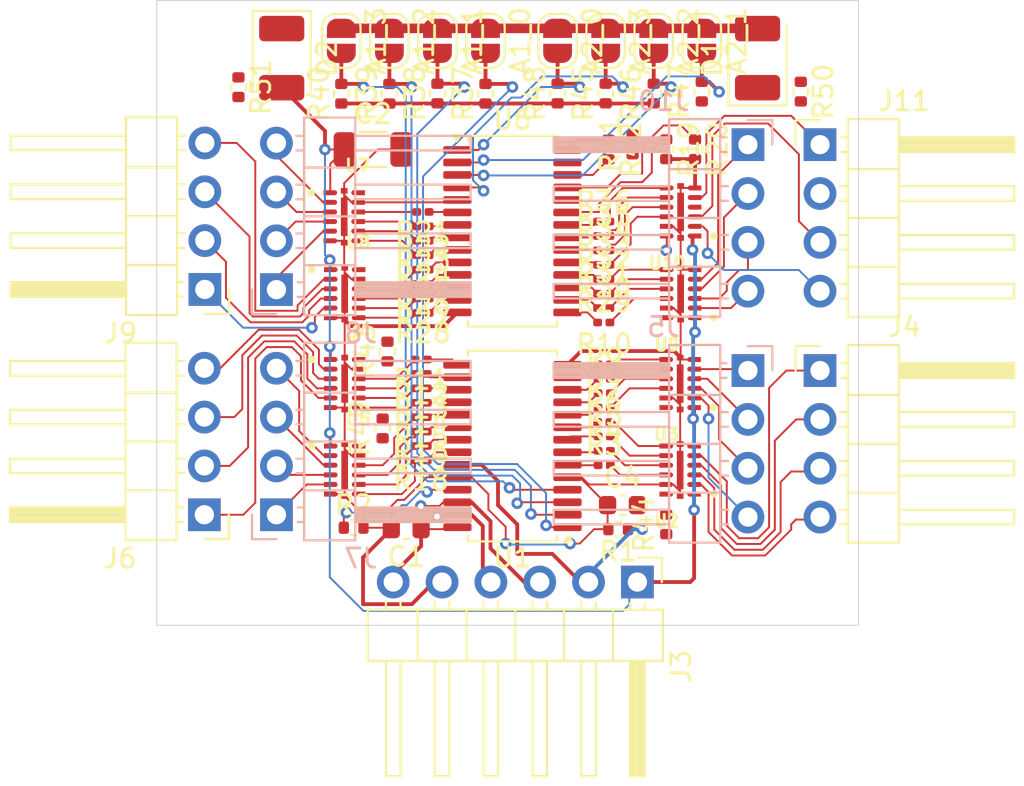
<source format=kicad_pcb>
(kicad_pcb (version 20240108) (generator "pcbnew") (generator_version "8.0")
  (layers (0 "F.Cu" signal) (31 "B.Cu" signal) (34 "B.Paste" user) (35 "F.Paste" user) (36 "B.SilkS" user "B.Silkscreen") (37 "F.SilkS" user "F.Silkscreen") (38 "B.Mask" user) (39 "F.Mask" user) (44 "Edge.Cuts" user))
  (net 0 "")
  (net 1 "+3V3")
  (net 2 "+5V")
  (net 3 "2OA")
  (net 4 "1OB")
  (net 5 "2OB")
  (net 6 "1OA")
  (net 7 "4OA")
  (net 8 "4OB")
  (net 9 "3OA")
  (net 10 "3OB")
  (net 11 "6OA")
  (net 12 "5OB")
  (net 13 "5OA")
  (net 14 "6OB")
  (net 15 "8OB")
  (net 16 "8OA")
  (net 17 "7OA")
  (net 18 "7OB")
  (net 19 "Net-(U1-EXTCLK)")
  (net 20 "Net-(U1-PWM0)")
  (net 21 "Net-(U1-PWM1)")
  (net 22 "Net-(U1-PWM2)")
  (net 23 "Net-(U1-PWM3)")
  (net 24 "Net-(U1-PWM4)")
  (net 25 "Net-(U1-PWM5)")
  (net 26 "Net-(U1-PWM6)")
  (net 27 "Net-(U1-PWM7)")
  (net 28 "Net-(U1-PWM8)")
  (net 29 "Net-(U1-PWM9)")
  (net 30 "Net-(U1-PWM10)")
  (net 31 "Net-(U1-PWM11)")
  (net 32 "Net-(U1-PWM12)")
  (net 33 "Net-(U1-PWM13)")
  (net 34 "Net-(U1-PWM14)")
  (net 35 "Net-(U1-PWM15)")
  (net 36 "1IA")
  (net 37 "1IB")
  (net 38 "2IA")
  (net 39 "2IB")
  (net 40 "3IA")
  (net 41 "3IB")
  (net 42 "4IA")
  (net 43 "4IB")
  (net 44 "5IA")
  (net 45 "5IB")
  (net 46 "6IA")
  (net 47 "6IB")
  (net 48 "7IA")
  (net 49 "7IB")
  (net 50 "8IA")
  (net 51 "8IB")
  (net 52 "9OA")
  (net 53 "10OA")
  (net 54 "10OB")
  (net 55 "9OB")
  (net 56 "11OB")
  (net 57 "12OA")
  (net 58 "12OB")
  (net 59 "11OA")
  (net 60 "14OB")
  (net 61 "14OA")
  (net 62 "13OB")
  (net 63 "13OA")
  (net 64 "16OA")
  (net 65 "15OB")
  (net 66 "16OB")
  (net 67 "15OA")
  (net 68 "Net-(U6-EXTCLK)")
  (net 69 "9IA")
  (net 70 "Net-(U6-PWM0)")
  (net 71 "9IB")
  (net 72 "Net-(U6-PWM1)")
  (net 73 "Net-(U6-PWM2)")
  (net 74 "10IA")
  (net 75 "Net-(U6-PWM3)")
  (net 76 "10IB")
  (net 77 "11IA")
  (net 78 "Net-(U6-PWM4)")
  (net 79 "Net-(U6-PWM5)")
  (net 80 "11IB")
  (net 81 "Net-(U6-PWM6)")
  (net 82 "12IA")
  (net 83 "Net-(U6-PWM7)")
  (net 84 "12IB")
  (net 85 "13IA")
  (net 86 "Net-(U6-PWM8)")
  (net 87 "13IB")
  (net 88 "Net-(U6-PWM9)")
  (net 89 "14IA")
  (net 90 "Net-(U6-PWM10)")
  (net 91 "Net-(U6-PWM11)")
  (net 92 "14IB")
  (net 93 "Net-(U6-PWM12)")
  (net 94 "15IA")
  (net 95 "15IB")
  (net 96 "Net-(U6-PWM13)")
  (net 97 "Net-(U6-PWM14)")
  (net 98 "16IA")
  (net 99 "Net-(U6-PWM15)")
  (net 100 "16IB")
  (net 101 "A1_0")
  (net 102 "A1_1")
  (net 103 "A1_2")
  (net 104 "A1_3")
  (net 105 "A1_4")
  (net 106 "A2_0")
  (net 107 "A2_1")
  (net 108 "A2_2")
  (net 109 "A2_3")
  (net 110 "SCL")
  (net 111 "OE")
  (net 112 "SDA")
  (net 113 "Net-(D1-K)")
  (net 114 "Net-(D2-K)")
  (footprint "Connector_PinHeader_2.54mm:PinHeader_1x04_P2.54mm_Horizontal" (layer "F.Cu") (at 102.25 65.5)
    (property "Reference" "J11")
    (property "Value" "Conn_01x04_Pin")
  )
  (footprint "Connector_PinHeader_2.54mm:PinHeader_1x06_P2.54mm_Horizontal" (layer "F.Cu") (at 92.75 88.25 -90)
    (property "Reference" "J3")
    (property "Value" "Conn_01x06_Pin")
  )
  (footprint "Jumper:SolderJumper-2_P1.3mm_Open_RoundedPad1.0x1.5mm" (layer "F.Cu") (at 93.6 60.1 -90)
    (property "Reference" "A2_2")
    (property "Value" "SolderJumper_2_Open" (hide yes))
  )
  (footprint "DRV8835DSSR:SON50P300X200X80-13N" (layer "F.Cu") (at 77.525 77.925)
    (property "Reference" "U4")
    (property "Value" "~")
  )
  (footprint "Capacitor_Tantalum_SMD:CP_EIA-3528-12_Kemet-T" (layer "F.Cu") (at 99 61 90)
    (property "Reference" "D1")
    (property "Value" "LED")
  )
  (footprint "Resistor_SMD:R_0201_0603Metric" (layer "F.Cu") (at 81.595 70.5 180)
    (property "Reference" "R23")
    (property "Value" "220Ω")
  )
  (footprint "Resistor_SMD:R_0402_1005Metric" (layer "F.Cu") (at 79.75 76.26 90)
    (property "Reference" "R43")
    (property "Value" "10kΩ")
  )
  (footprint "Jumper:SolderJumper-2_P1.3mm_Open_RoundedPad1.0x1.5mm" (layer "F.Cu") (at 77.35 60.1 -90)
    (property "Reference" "A1_3")
    (property "Value" "SolderJumper_2_Open" (hide yes))
  )
  (footprint "Resistor_SMD:R_0201_0603Metric" (layer "F.Cu") (at 91.025 78.425)
    (property "Reference" "R8")
    (property "Value" "220Ω")
  )
  (footprint "Resistor_SMD:R_0201_0603Metric" (layer "F.Cu") (at 91 72.5)
    (property "Reference" "R32")
    (property "Value" "220Ω")
  )
  (footprint "Capacitor_SMD:C_0603_1608Metric" (layer "F.Cu") (at 80.725 85.5 180)
    (property "Reference" "C1")
    (property "Value" "10μF")
  )
  (footprint "Connector_PinHeader_2.54mm:PinHeader_1x04_P2.54mm_Horizontal" (layer "F.Cu") (at 70.225 84.75 180)
    (property "Reference" "J6")
    (property "Value" "Conn_01x04_Pin")
  )
  (footprint "Resistor_SMD:R_0201_0603Metric" (layer "F.Cu") (at 81.5 76.675 180)
    (property "Reference" "R11")
    (property "Value" "220Ω")
  )
  (footprint "Resistor_SMD:R_0201_0603Metric" (layer "F.Cu") (at 81.595 69.75 180)
    (property "Reference" "R22")
    (property "Value" "220Ω")
  )
  (footprint "Resistor_SMD:R_0201_0603Metric" (layer "F.Cu") (at 81.595 69 180)
    (property "Reference" "R21")
    (property "Value" "220Ω")
  )
  (footprint "DRV8835DSSR:SON50P300X200X80-13N" (layer "F.Cu") (at 94.975 82.425 180)
    (property "Reference" "U2")
    (property "Value" "~")
  )
  (footprint "Resistor_SMD:R_0402_1005Metric" (layer "F.Cu") (at 84.85 62.85 90)
    (property "Reference" "R37")
    (property "Value" "10kΩ" (hide yes))
  )
  (footprint "Connector_PinHeader_2.54mm:PinHeader_1x04_P2.54mm_Horizontal" (layer "F.Cu") (at 70.25 73.03 180)
    (property "Reference" "J9")
    (property "Value" "Conn_01x04_Pin")
  )
  (footprint "DRV8835DSSR:SON50P300X200X80-13N" (layer "F.Cu") (at 95 73.25 180)
    (property "Reference" "U9")
    (property "Value" "~")
  )
  (footprint "Resistor_SMD:R_0201_0603Metric" (layer "F.Cu") (at 81.5 81.925 180)
    (property "Reference" "R18")
    (property "Value" "220Ω")
  )
  (footprint "DRV8835DSSR:SON50P300X200X80-13N" (layer "F.Cu") (at 94.975 77.925 180)
    (property "Reference" "U3")
    (property "Value" "~")
  )
  (footprint "Jumper:SolderJumper-2_P1.3mm_Open_RoundedPad1.0x1.5mm" (layer "F.Cu") (at 82.35 60.1 -90)
    (property "Reference" "A1_1")
    (property "Value" "SolderJumper_2_Open" (hide yes))
  )
  (footprint "Resistor_SMD:R_0201_0603Metric" (layer "F.Cu") (at 81.5 81.175 180)
    (property "Reference" "R17")
    (property "Value" "220Ω")
  )
  (footprint "DRV8835DSSR:SON50P300X200X80-13N" (layer "F.Cu") (at 77.525 82.425)
    (property "Reference" "U5")
    (property "Value" "~")
  )
  (footprint "Jumper:SolderJumper-2_P1.3mm_Open_RoundedPad1.0x1.5mm" (layer "F.Cu") (at 96.1 60.1 -90)
    (property "Reference" "A2_1")
    (property "Value" "SolderJumper_2_Open" (hide yes))
  )
  (footprint "Resistor_SMD:R_0402_1005Metric" (layer "F.Cu") (at 94.25 65.74 -90)
    (property "Reference" "R19")
    (property "Value" "10kΩ")
  )
  (footprint "Resistor_SMD:R_0201_0603Metric" (layer "F.Cu") (at 81.595 71.25 180)
    (property "Reference" "R24")
    (property "Value" "220Ω")
  )
  (footprint "Resistor_SMD:R_0201_0603Metric" (layer "F.Cu") (at 91 69.5)
    (property "Reference" "R36")
    (property "Value" "220Ω")
  )
  (footprint "Resistor_SMD:R_0201_0603Metric" (layer "F.Cu") (at 91.025 80.675)
    (property "Reference" "R5")
    (property "Value" "220Ω")
  )
  (footprint "Resistor_SMD:R_0402_1005Metric" (layer "F.Cu") (at 77.99 85.425)
    (property "Reference" "R2")
    (property "Value" "10kΩ")
  )
  (footprint "Resistor_SMD:R_0402_1005Metric" (layer "F.Cu") (at 79.85 62.85 90)
    (property "Reference" "R39")
    (property "Value" "10kΩ" (hide yes))
  )
  (footprint "Resistor_SMD:R_0402_1005Metric" (layer "F.Cu") (at 93.6 62.84 90)
    (property "Reference" "R46")
    (property "Value" "10kΩ" (hide yes))
  )
  (footprint "Resistor_SMD:R_0201_0603Metric" (layer "F.Cu") (at 81.5 77.425 180)
    (property "Reference" "R12")
    (property "Value" "220Ω")
  )
  (footprint "Resistor_SMD:R_0201_0603Metric" (layer "F.Cu") (at 81.5 78.925 180)
    (property "Reference" "R14")
    (property "Value" "220Ω")
  )
  (footprint "Resistor_SMD:R_0402_1005Metric" (layer "F.Cu") (at 92.5 65.49 90)
    (property "Reference" "R41")
    (property "Value" "10kΩ")
  )
  (footprint "Jumper:SolderJumper-2_P1.3mm_Open_RoundedPad1.0x1.5mm" (layer "F.Cu") (at 79.85 60.1 -90)
    (property "Reference" "A1_2")
    (property "Value" "SolderJumper_2_Open" (hide yes))
  )
  (footprint "Capacitor_SMD:C_1206_3216Metric" (layer "F.Cu") (at 79 65.75)
    (property "Reference" "C2")
    (property "Value" "100μF")
  )
  (footprint "Resistor_SMD:R_0201_0603Metric" (layer "F.Cu") (at 91 79.925)
    (property "Reference" "R6")
    (property "Value" "220Ω")
  )
  (footprint "DRV8835DSSR:SON50P300X200X80-13N" (layer "F.Cu") (at 77.525 73.25)
    (property "Reference" "U8")
    (property "Value" "~")
  )
  (footprint "Connector_PinHeader_2.54mm:PinHeader_1x04_P2.54mm_Horizontal" (layer "F.Cu") (at 102.25 77.25)
    (property "Reference" "J4")
    (property "Value" "Conn_01x04_Pin")
  )
  (footprint "Resistor_SMD:R_0201_0603Metric" (layer "F.Cu") (at 91 74.75)
    (property "Reference" "R29")
    (property "Value" "220Ω")
  )
  (footprint "Resistor_SMD:R_0402_1005Metric" (layer "F.Cu") (at 94.25 85.25 90)
    (property "Reference" "R44")
    (property "Value" "10kΩ")
  )
  (footprint "Resistor_SMD:R_0402_1005Metric" (layer "F.Cu") (at 101.25 62.74 -90)
    (property "Reference" "R50")
    (property "Value" "470Ω")
  )
  (footprint "Resistor_SMD:R_0201_0603Metric" (layer "F.Cu") (at 91 71.75)
    (property "Reference" "R33")
    (property "Value" "220Ω")
  )
  (footprint "Resistor_SMD:R_0402_1005Metric" (layer "F.Cu") (at 96.1 62.74 90)
    (property "Reference" "R47")
    (property "Value" "10kΩ" (hide yes))
  )
  (footprint "Resistor_SMD:R_0402_1005Metric" (layer "F.Cu") (at 88.6 62.84 90)
    (property "Reference" "R48")
    (property "Value" "10kΩ" (hide yes))
  )
  (footprint "Jumper:SolderJumper-2_P1.3mm_Open_RoundedPad1.0x1.5mm" (layer "F.Cu") (at 84.85 60.1 -90)
    (property "Reference" "A1_0")
    (property "Value" "SolderJumper_2_Open" (hide yes))
  )
  (footprint "Resistor_SMD:R_0402_1005Metric" (layer "F.Cu") (at 79.5 80.26 90)
    (property "Reference" "R49")
    (property "Value" "10kΩ")
  )
  (footprint "Resistor_SMD:R_0201_0603Metric" (layer "F.Cu") (at 91 73.25)
    (property "Reference" "R31")
    (property "Value" "220Ω")
  )
  (footprint "Resistor_SMD:R_0402_1005Metric" (layer "F.Cu") (at 72 62.51 -90)
    (property "Reference" "R51")
    (property "Value" "470Ω")
  )
  (footprint "Resistor_SMD:R_0201_0603Metric" (layer "F.Cu") (at 91.025 79.175)
    (property "Reference" "R7")
    (property "Value" "220Ω")
  )
  (footprint "DRV8835DSSR:SON50P300X200X80-13N" (layer "F.Cu") (at 95 69 180)
    (property "Reference" "U10")
    (property "Value" "~")
  )
  (footprint "Resistor_SMD:R_0201_0603Metric" (layer "F.Cu") (at 81.5 80.425 180)
    (property "Reference" "R16")
    (property "Value" "220Ω")
  )
  (footprint "Resistor_SMD:R_0402_1005Metric" (layer "F.Cu") (at 82.35 62.84 90)
    (property "Reference" "R38")
    (property "Value" "10kΩ" (hide yes))
  )
  (footprint "Resistor_SMD:R_0201_0603Metric" (layer "F.Cu") (at 91.025 77.675)
    (property "Reference" "R9")
    (property "Value" "220Ω")
  )
  (footprint "Resistor_SMD:R_0402_1005Metric" (layer "F.Cu") (at 91.25 65.75 -90)
    (property "Reference" "R42")
    (property "Value" "10kΩ")
  )
  (footprint "Resistor_SMD:R_0201_0603Metric" (layer "F.Cu") (at 81.5 79.675 180)
    (property "Reference" "R15")
    (property "Value" "220Ω")
  )
  (footprint "Capacitor_Tantalum_SMD:CP_EIA-3528-12_Kemet-T" (layer "F.Cu") (at 74.25 61 -90)
    (property "Reference" "D2")
    (property "Value" "LED")
  )
  (footprint "Package_SO:TSSOP-28_4.4x9.7mm_P0.65mm" (layer "F.Cu") (at 86.25 81.175 180)
    (property "Reference" "U1")
    (property "Value" "PCA9685")
  )
  (footprint "Resistor_SMD:R_0201_0603Metric" (layer "F.Cu") (at 81.5 78.175 180)
    (property "Reference" "R13")
    (property "Value" "220Ω")
  )
  (footprint "Jumper:SolderJumper-2_P1.3mm_Open_RoundedPad1.0x1.5mm" (layer "F.Cu") (at 91.1 60.1 -90)
    (property "Reference" "A2_3")
    (property "Value" "SolderJumper_2_Open" (hide yes))
  )
  (footprint "Resistor_SMD:R_0201_0603Metric" (layer "F.Cu") (at 91 70.25)
    (property "Reference" "R35")
    (property "Value" "220Ω")
  )
  (footprint "Resistor_SMD:R_0201_0603Metric" (layer "F.Cu") (at 91.025 81.425)
    (property "Reference" "R4")
    (property "Value" "220Ω")
  )
  (footprint "Resistor_SMD:R_0201_0603Metric" (layer "F.Cu") (at 91.025 76.925)
    (property "Reference" "R10")
    (property "Value" "220Ω")
  )
  (footprint "Resistor_SMD:R_0201_0603Metric" (layer "F.Cu") (at 91 74)
    (property "Reference" "R30")
    (property "Value" "220Ω")
  )
  (footprint "Resistor_SMD:R_0201_0603Metric" (layer "F.Cu") (at 81.595 72.75 180)
    (property "Reference" "R26")
    (property "Value" "220Ω")
  )
  (footprint "Resistor_SMD:R_0201_0603Metric" (layer "F.Cu") (at 81.595 73.5 180)
    (property "Reference" "R27")
    (property "Value" "220Ω")
  )
  (footprint "Resistor_SMD:R_0201_0603Metric" (layer "F.Cu") (at 91.025 82.175)
    (property "Reference" "R3")
    (property "Value" "220Ω")
  )
  (footprint "Resistor_SMD:R_0201_0603Metric" (layer "F.Cu") (at 91 71)
    (property "Reference" "R34")
    (property "Value" "220Ω")
  )
  (footprint "Capacitor_SMD:C_0603_1608Metric" (layer "F.Cu") (at 91.975 84.25)
    (property "Reference" "C4")
    (property "Value" "0.1μF")
  )
  (footprint "Package_SO:TSSOP-28_4.4x9.7mm_P0.65mm" (layer "F.Cu") (at 86.25 70)
    (property "Reference" "U6")
    (property "Value" "PCA9685")
  )
  (footprint "Resistor_SMD:R_0201_0603Metric" (layer "F.Cu") (at 81.595 74.25 180)
    (property "Reference" "R28")
    (property "Value" "220Ω")
  )
  (footprint "Jumper:SolderJumper-2_P1.3mm_Open_RoundedPad1.0x1.5mm" (layer "F.Cu") (at 88.6 60.1 -90)
    (property "Reference" "A2_0")
    (property "Value" "SolderJumper_2_Open" (hide yes))
  )
  (footprint "Resistor_SMD:R_0402_1005Metric" (layer "F.Cu") (at 91.1 62.84 90)
    (property "Reference" "R45")
    (property "Value" "10kΩ" (hide yes))
  )
  (footprint "Resistor_SMD:R_0402_1005Metric" (layer "F.Cu") (at 95.75 65.74 -90)
    (property "Reference" "R20")
    (property "Value" "10kΩ")
  )
  (footprint "DRV8835DSSR:SON50P300X200X80-13N" (layer "F.Cu") (at 77.5 69.25)
    (property "Reference" "U7")
    (property "Value" "~")
  )
  (footprint "Resistor_SMD:R_0402_1005Metric" (layer "F.Cu") (at 77.35 62.85 90)
    (property "Reference" "R40")
    (property "Value" "10kΩ" (hide yes))
  )
  (footprint "Resistor_SMD:R_0402_1005Metric" (layer "F.Cu") (at 91.75 85.5 180)
    (property "Reference" "R1")
    (property "Value" "10kΩ")
  )
  (footprint "Resistor_SMD:R_0201_0603Metric" (layer "F.Cu") (at 81.595 72 180)
    (property "Reference" "R25")
    (property "Value" "220Ω")
  )
  (footprint "Connector_PinHeader_2.54mm:PinHeader_1x04_P2.54mm_Horizontal" (layer "B.Cu") (at 98.5 77.25 180)
    (property "Reference" "J5")
    (property "Value" "Conn_01x04_Pin")
  )
  (footprint "Connector_PinHeader_2.54mm:PinHeader_1x04_P2.54mm_Horizontal" (layer "B.Cu") (at 73.975 84.75)
    (property "Reference" "J7")
    (property "Value" "Conn_01x04_Pin")
  )
  (footprint "Connector_PinHeader_2.54mm:PinHeader_1x04_P2.54mm_Horizontal" (layer "B.Cu") (at 73.975 73.04)
    (property "Reference" "J8")
    (property "Value" "Conn_01x04_Pin")
  )
  (footprint "Connector_PinHeader_2.54mm:PinHeader_1x04_P2.54mm_Horizontal" (layer "B.Cu") (at 98.5 65.5 180)
    (property "Reference" "J10")
    (property "Value" "Conn_01x04_Pin")
  )
  (gr_rect (start 67.75 58) (end 104.25 90.5) (stroke (width 0.05)) (fill none) (layer "Edge.Cuts"))
  (segment (start 81.75 85.5) (end 81.85 85.4) (width 0.1) (layer "F.Cu") (net 1))
  (segment (start 91.25 65.24) (end 89.6475 65.24) (width 0.1) (layer "F.Cu") (net 1))
  (segment (start 98.9875 59.45) (end 99 59.4625) (width 0.5) (layer "F.Cu") (net 1))
  (segment (start 96.1 59.45) (end 98.9875 59.45) (width 0.5) (layer "F.Cu") (net 1))
  (segment (start 77.35 59.45) (end 96.1 59.45) (width 0.5) (layer "F.Cu") (net 1))
  (segment (start 89.6475 65.24) (end 89.1125 65.775) (width 0.1) (layer "F.Cu") (net 1))
  (segment (start 94.275 70.25) (end 94.275 70.975) (width 0.1) (layer "F.Cu") (net 1))
  (segment (start 81.5 86.38) (end 81.5 85.5) (width 0.2) (layer "F.Cu") (net 1))
  (segment (start 79.63 88.25) (end 81.5 86.38) (width 0.2) (layer "F.Cu") (net 1))
  (segment (start 81.5 85.5) (end 83.2875 85.5) (width 0.1) (layer "F.Cu") (net 1))
  (segment (start 81.5 85.5) (end 81.75 85.5) (width 0.1) (layer "F.Cu") (net 1))
  (segment (start 83.2875 85.5) (end 83.3875 85.4) (width 0.1) (layer "F.Cu") (net 1))
  (segment (start 94.275 70.975) (end 94.25 71) (width 0.1) (layer "F.Cu") (net 1))
  (via (at 94.25 71) (size 0.6) (drill 0.3) (layers "F.Cu" "B.Cu") (net 1))
  (segment (start 74.25 62.5375) (end 76.5 64.7875) (width 0.2) (layer "F.Cu") (net 2))
  (segment (start 95.7 83.675) (end 95.7 84.5) (width 0.2) (layer "F.Cu") (net 2))
  (segment (start 76.8 71.55) (end 76.75 71.5) (width 0.1) (layer "F.Cu") (net 2))
  (segment (start 95.5 88.25) (end 92.33 88.25) (width 0.2) (layer "F.Cu") (net 2))
  (segment (start 76.8 76.675) (end 76.8 76.05) (width 0.1) (layer "F.Cu") (net 2))
  (segment (start 77.525 65.75) (end 76.5 65.75) (width 0.1) (layer "F.Cu") (net 2))
  (segment (start 76.775 66.5) (end 76.775 68) (width 0.1) (layer "F.Cu") (net 2))
  (segment (start 76.5 64.7875) (end 76.5 65.75) (width 0.2) (layer "F.Cu") (net 2))
  (segment (start 95.75 74.525) (end 95.725 74.5) (width 0.2) (layer "F.Cu") (net 2))
  (segment (start 95.7 79.175) (end 95.7 79.699997) (width 0.2) (layer "F.Cu") (net 2))
  (segment (start 76.8 81.175) (end 76.8 80.55) (width 0.1) (layer "F.Cu") (net 2))
  (segment (start 95.7 84.5) (end 95.7 88.05) (width 0.2) (layer "F.Cu") (net 2))
  (segment (start 95.620643 70.354357) (end 95.725 70.25) (width 0.2) (layer "F.Cu") (net 2))
  (segment (start 77.525 65.75) (end 76.775 66.5) (width 0.1) (layer "F.Cu") (net 2))
  (segment (start 95.7 88.05) (end 95.5 88.25) (width 0.2) (layer "F.Cu") (net 2))
  (segment (start 95.75 75.25) (end 95.75 74.525) (width 0.2) (layer "F.Cu") (net 2))
  (segment (start 76.8 76.05) (end 76.75 76) (width 0.1) (layer "F.Cu") (net 2))
  (segment (start 76.8 72) (end 76.8 71.55) (width 0.1) (layer "F.Cu") (net 2))
  (segment (start 95.7 79.699997) (end 95.649997 79.75) (width 0.2) (layer "F.Cu") (net 2))
  (segment (start 95.620643 70.970029) (end 95.620643 70.354357) (width 0.2) (layer "F.Cu") (net 2))
  (segment (start 76.8 80.55) (end 76.75 80.5) (width 0.1) (layer "F.Cu") (net 2))
  (via (at 95.7 84.5) (size 0.6) (drill 0.3) (layers "F.Cu" "B.Cu") (net 2))
  (via (at 95.649997 79.75) (size 0.6) (drill 0.3) (layers "F.Cu" "B.Cu") (net 2))
  (via (at 95.620643 70.970029) (size 0.6) (drill 0.3) (layers "F.Cu" "B.Cu") (net 2))
  (via (at 95.75 75.25) (size 0.6) (drill 0.3) (layers "F.Cu" "B.Cu") (net 2))
  (via (at 76.75 76) (size 0.6) (drill 0.3) (layers "F.Cu" "B.Cu") (net 2))
  (via (at 76.5 65.75) (size 0.6) (drill 0.3) (layers "F.Cu" "B.Cu") (net 2))
  (via (at 76.75 80.5) (size 0.6) (drill 0.3) (layers "F.Cu" "B.Cu") (net 2))
  (via (at 76.75 71.5) (size 0.6) (drill 0.3) (layers "F.Cu" "B.Cu") (net 2))
  (segment (start 95.649997 79.75) (end 95.7 79.800003) (width 0.2) (layer "B.Cu") (net 2))
  (segment (start 78.5 89.75) (end 92 89.75) (width 0.1) (layer "B.Cu") (net 2))
  (segment (start 76.75 71.5) (end 76.75 76) (width 0.1) (layer "B.Cu") (net 2))
  (segment (start 95.75 71.099386) (end 95.620643 70.970029) (width 0.2) (layer "B.Cu") (net 2))
  (segment (start 76.75 88) (end 78.5 89.75) (width 0.1) (layer "B.Cu") (net 2))
  (segment (start 95.75 75.25) (end 95.75 71.099386) (width 0.2) (layer "B.Cu") (net 2))
  (segment (start 95.7 79.800003) (end 95.7 84.5) (width 0.2) (layer "B.Cu") (net 2))
  (segment (start 95.649997 79.75) (end 95.649997 75.350003) (width 0.2) (layer "B.Cu") (net 2))
  (segment (start 76.5 71.25) (end 76.75 71.5) (width 0.1) (layer "B.Cu") (net 2))
  (segment (start 92 89.75) (end 92.33 89.42) (width 0.1) (layer "B.Cu") (net 2))
  (segment (start 92.33 89.42) (end 92.33 88.25) (width 0.1) (layer "B.Cu") (net 2))
  (segment (start 76.75 76) (end 76.75 80.5) (width 0.1) (layer "B.Cu") (net 2))
  (segment (start 76.5 65.75) (end 76.5 71.25) (width 0.1) (layer "B.Cu") (net 2))
  (segment (start 76.75 80.5) (end 76.75 88) (width 0.1) (layer "B.Cu") (net 2))
  (segment (start 95.649997 75.350003) (end 95.75 75.25) (width 0.2) (layer "B.Cu") (net 2))
  (segment (start 96.065 82.175) (end 97.1 83.21) (width 0.1) (layer "F.Cu") (net 3))
  (segment (start 95.7 82.175) (end 96.065 82.175) (width 0.1) (layer "F.Cu") (net 3))
  (segment (start 99.9 80.9) (end 101.01 79.79) (width 0.1) (layer "F.Cu") (net 3))
  (segment (start 97.920101 86.27) (end 99.154264 86.27) (width 0.1) (layer "F.Cu") (net 3))
  (segment (start 99.154264 86.27) (end 99.9 85.524264) (width 0.1) (layer "F.Cu") (net 3))
  (segment (start 99.9 85.524264) (end 99.9 80.9) (width 0.1) (layer "F.Cu") (net 3))
  (segment (start 101.01 79.79) (end 102.25 79.79) (width 0.1) (layer "F.Cu") (net 3))
  (segment (start 97.1 83.21) (end 97.1 85.449899) (width 0.1) (layer "F.Cu") (net 3))
  (segment (start 97.1 85.449899) (end 97.920101 86.27) (width 0.1) (layer "F.Cu") (net 3))
  (segment (start 95.7 82.675) (end 96.065 82.675) (width 0.1) (layer "F.Cu") (net 4))
  (segment (start 100.2 83.05) (end 100.75 82.5) (width 0.1) (layer "F.Cu") (net 4))
  (segment (start 99.278528 86.57) (end 100.2 85.648528) (width 0.1) (layer "F.Cu") (net 4))
  (segment (start 97.795837 86.57) (end 99.278528 86.57) (width 0.1) (layer "F.Cu") (net 4))
  (segment (start 100.75 82.5) (end 102.08 82.5) (width 0.1) (layer "F.Cu") (net 4))
  (segment (start 100.2 85.648528) (end 100.2 83.05) (width 0.1) (layer "F.Cu") (net 4))
  (segment (start 96.75 83.36) (end 96.75 85.524163) (width 0.1) (layer "F.Cu") (net 4))
  (segment (start 102.08 82.5) (end 102.25 82.33) (width 0.1) (layer "F.Cu") (net 4))
  (segment (start 96.75 85.524163) (end 97.795837 86.57) (width 0.1) (layer "F.Cu") (net 4))
  (segment (start 96.065 82.675) (end 96.75 83.36) (width 0.1) (layer "F.Cu") (net 4))
  (segment (start 96.065 81.675) (end 97.4 83.01) (width 0.1) (layer "F.Cu") (net 5))
  (segment (start 99.03 85.97) (end 99.6 85.4) (width 0.1) (layer "F.Cu") (net 5))
  (segment (start 99.6 85.4) (end 99.6 78.15) (width 0.1) (layer "F.Cu") (net 5))
  (segment (start 97.4 85.325635) (end 98.044365 85.97) (width 0.1) (layer "F.Cu") (net 5))
  (segment (start 98.044365 85.97) (end 99.03 85.97) (width 0.1) (layer "F.Cu") (net 5))
  (segment (start 100.5 77.25) (end 102.25 77.25) (width 0.1) (layer "F.Cu") (net 5))
  (segment (start 97.4 83.01) (end 97.4 85.325635) (width 0.1) (layer "F.Cu") (net 5))
  (segment (start 95.7 81.675) (end 96.065 81.675) (width 0.1) (layer "F.Cu") (net 5))
  (segment (start 99.6 78.15) (end 100.5 77.25) (width 0.1) (layer "F.Cu") (net 5))
  (segment (start 99.402792 86.87) (end 100.75 85.522792) (width 0.1) (layer "F.Cu") (net 6))
  (segment (start 100.75 85.25) (end 101 85) (width 0.1) (layer "F.Cu") (net 6))
  (segment (start 102.12 85) (end 102.25 84.87) (width 0.1) (layer "F.Cu") (net 6))
  (segment (start 96.049228 83.175) (end 96.45 83.575772) (width 0.1) (layer "F.Cu") (net 6))
  (segment (start 100.75 85.522792) (end 100.75 85.25) (width 0.1) (layer "F.Cu") (net 6))
  (segment (start 95.7 83.175) (end 96.049228 83.175) (width 0.1) (layer "F.Cu") (net 6))
  (segment (start 96.45 85.648427) (end 97.671573 86.87) (width 0.1) (layer "F.Cu") (net 6))
  (segment (start 101 85) (end 102.12 85) (width 0.1) (layer "F.Cu") (net 6))
  (segment (start 96.45 83.575772) (end 96.45 85.648427) (width 0.1) (layer "F.Cu") (net 6))
  (segment (start 97.671573 86.87) (end 99.402792 86.87) (width 0.1) (layer "F.Cu") (net 6))
  (segment (start 95.7 77.675) (end 96.385 77.675) (width 0.1) (layer "F.Cu") (net 7))
  (segment (start 96.385 77.675) (end 98.5 79.79) (width 0.1) (layer "F.Cu") (net 7))
  (segment (start 95.7 77.175) (end 98.425 77.175) (width 0.1) (layer "F.Cu") (net 8))
  (segment (start 98.425 77.175) (end 98.5 77.25) (width 0.1) (layer "F.Cu") (net 8))
  (segment (start 96.45 79.075772) (end 96.45 79.75) (width 0.1) (layer "F.Cu") (net 9))
  (segment (start 95.7 78.675) (end 96.049228 78.675) (width 0.1) (layer "F.Cu") (net 9))
  (segment (start 96.049228 78.675) (end 96.45 79.075772) (width 0.1) (layer "F.Cu") (net 9))
  (via (at 96.45 79.75) (size 0.6) (drill 0.3) (layers "F.Cu" "B.Cu") (net 9))
  (segment (start 96.45 82.82) (end 98.5 84.87) (width 0.1) (layer "B.Cu") (net 9))
  (segment (start 96.45 79.75) (end 96.45 82.82) (width 0.1) (layer "B.Cu") (net 9))
  (segment (start 97 80.83) (end 98.5 82.33) (width 0.1) (layer "F.Cu") (net 10))
  (segment (start 95.7 78.175) (end 96.065 78.175) (width 0.1) (layer "F.Cu") (net 10))
  (segment (start 97 79.11) (end 97 80.83) (width 0.1) (layer "F.Cu") (net 10))
  (segment (start 96.065 78.175) (end 97 79.11) (width 0.1) (layer "F.Cu") (net 10))
  (segment (start 72.5 76.575736) (end 72.5 81.25) (width 0.1) (layer "F.Cu") (net 11))
  (segment (start 74.904264 75.73) (end 73.345736 75.73) (width 0.1) (layer "F.Cu") (net 11))
  (segment (start 71.54 82.21) (end 72.5 81.25) (width 0.1) (layer "F.Cu") (net 11))
  (segment (start 73.345736 75.73) (end 72.5 76.575736) (width 0.1) (layer "F.Cu") (net 11))
  (segment (start 75.581814 76.40755) (end 74.904264 75.73) (width 0.1) (layer "F.Cu") (net 11))
  (segment (start 76.8 78.175) (end 76.088629 78.175) (width 0.1) (layer "F.Cu") (net 11))
  (segment (start 75.581814 77.668185) (end 75.581814 76.40755) (width 0.1) (layer "F.Cu") (net 11))
  (segment (start 70.225 82.21) (end 71.54 82.21) (width 0.1) (layer "F.Cu") (net 11))
  (segment (start 76.088629 78.175) (end 75.581814 77.668185) (width 0.1) (layer "F.Cu") (net 11))
  (segment (start 75.028528 75.43) (end 73.221472 75.43) (width 0.1) (layer "F.Cu") (net 12))
  (segment (start 73.221472 75.43) (end 72.2 76.451472) (width 0.1) (layer "F.Cu") (net 12))
  (segment (start 76.8 77.675) (end 76.175 77.675) (width 0.1) (layer "F.Cu") (net 12))
  (segment (start 75.881814 77.381814) (end 75.881814 76.283286) (width 0.1) (layer "F.Cu") (net 12))
  (segment (start 72.2 76.451472) (end 72.2 79.25) (width 0.1) (layer "F.Cu") (net 12))
  (segment (start 71.78 79.67) (end 70.225 79.67) (width 0.1) (layer "F.Cu") (net 12))
  (segment (start 72.2 79.25) (end 71.78 79.67) (width 0.1) (layer "F.Cu") (net 12))
  (segment (start 76.175 77.675) (end 75.881814 77.381814) (width 0.1) (layer "F.Cu") (net 12))
  (segment (start 75.881814 76.283286) (end 75.028528 75.43) (width 0.1) (layer "F.Cu") (net 12))
  (segment (start 71.0475 77.13) (end 70.225 77.13) (width 0.1) (layer "F.Cu") (net 13))
  (segment (start 73.0475 75.13) (end 71.0475 77.13) (width 0.1) (layer "F.Cu") (net 13))
  (segment (start 76.185 76.925) (end 76.185 76.162208) (width 0.1) (layer "F.Cu") (net 13))
  (segment (start 76.8 77.175) (end 76.435 77.175) (width 0.1) (layer "F.Cu") (net 13))
  (segment (start 76.185 76.162208) (end 75.152792 75.13) (width 0.1) (layer "F.Cu") (net 13))
  (segment (start 75.152792 75.13) (end 73.0475 75.13) (width 0.1) (layer "F.Cu") (net 13))
  (segment (start 76.435 77.175) (end 76.185 76.925) (width 0.1) (layer "F.Cu") (net 13))
  (segment (start 72.875 84.125) (end 72.25 84.75) (width 0.1) (layer "F.Cu") (net 14))
  (segment (start 74.78 76.03) (end 73.47 76.03) (width 0.1) (layer "F.Cu") (net 14))
  (segment (start 75.25 76.5) (end 74.78 76.03) (width 0.1) (layer "F.Cu") (net 14))
  (segment (start 76.8 78.675) (end 76.164365 78.675) (width 0.1) (layer "F.Cu") (net 14))
  (segment (start 72.25 84.75) (end 70.225 84.75) (width 0.1) (layer "F.Cu") (net 14))
  (segment (start 75.25 77.760635) (end 75.25 76.5) (width 0.1) (layer "F.Cu") (net 14))
  (segment (start 73.47 76.03) (end 72.875 76.625) (width 0.1) (layer "F.Cu") (net 14))
  (segment (start 76.164365 78.675) (end 75.25 77.760635) (width 0.1) (layer "F.Cu") (net 14))
  (segment (start 72.875 76.625) (end 72.875 84.125) (width 0.1) (layer "F.Cu") (net 14))
  (segment (start 73.975 84.75) (end 75.55 83.175) (width 0.1) (layer "F.Cu") (net 15))
  (segment (start 75.55 83.175) (end 76.8 83.175) (width 0.1) (layer "F.Cu") (net 15))
  (segment (start 74.44 82.675) (end 76.8 82.675) (width 0.1) (layer "F.Cu") (net 16))
  (segment (start 73.975 82.21) (end 74.44 82.675) (width 0.1) (layer "F.Cu") (net 16))
  (segment (start 76.8 81.675) (end 76.435 81.675) (width 0.1) (layer "F.Cu") (net 17))
  (segment (start 75.15755 78.31255) (end 73.975 77.13) (width 0.1) (layer "F.Cu") (net 17))
  (segment (start 75.15755 80.39755) (end 75.15755 78.31255) (width 0.1) (layer "F.Cu") (net 17))
  (segment (start 76.435 81.675) (end 75.15755 80.39755) (width 0.1) (layer "F.Cu") (net 17))
  (segment (start 73.975 79.67) (end 73.975 79.715) (width 0.1) (layer "F.Cu") (net 18))
  (segment (start 73.975 79.715) (end 76.435 82.175) (width 0.1) (layer "F.Cu") (net 18))
  (segment (start 76.435 82.175) (end 76.8 82.175) (width 0.1) (layer "F.Cu") (net 18))
  (segment (start 77.48 84.77) (end 77.611091 84.638909) (width 0.1) (layer "F.Cu") (net 19))
  (segment (start 81.813541 83.563541) (end 81.927082 83.45) (width 0.1) (layer "F.Cu") (net 19))
  (segment (start 81.927082 83.45) (end 83.3875 83.45) (width 0.1) (layer "F.Cu") (net 19))
  (segment (start 77.48 85.425) (end 77.48 84.77) (width 0.1) (layer "F.Cu") (net 19))
  (via (at 81.813541 83.563541) (size 0.6) (drill 0.3) (layers "F.Cu" "B.Cu") (net 19))
  (via (at 77.611091 84.638909) (size 0.6) (drill 0.3) (layers "F.Cu" "B.Cu") (net 19))
  (segment (start 80.75 84.25) (end 81.5 83.5) (width 0.1) (layer "B.Cu") (net 19))
  (segment (start 81.5 83.5) (end 81.75 83.5) (width 0.1) (layer "B.Cu") (net 19))
  (segment (start 81.75 83.5) (end 81.813541 83.563541) (width 0.1) (layer "B.Cu") (net 19))
  (segment (start 77.611091 84.638909) (end 80.111091 84.638909) (width 0.1) (layer "B.Cu") (net 19))
  (segment (start 80.5 84.25) (end 80.75 84.25) (width 0.1) (layer "B.Cu") (net 19))
  (segment (start 80.111091 84.638909) (end 80.5 84.25) (width 0.1) (layer "B.Cu") (net 19))
  (segment (start 89.1375 82.175) (end 89.1125 82.15) (width 0.1) (layer "F.Cu") (net 20))
  (segment (start 90.705 82.175) (end 89.1375 82.175) (width 0.1) (layer "F.Cu") (net 20))
  (segment (start 90.63 81.5) (end 90.705 81.425) (width 0.1) (layer "F.Cu") (net 21))
  (segment (start 89.1125 81.5) (end 90.63 81.5) (width 0.1) (layer "F.Cu") (net 21))
  (segment (start 89.2875 80.675) (end 89.1125 80.85) (width 0.1) (layer "F.Cu") (net 22))
  (segment (start 90.705 80.675) (end 89.2875 80.675) (width 0.1) (layer "F.Cu") (net 22))
  (segment (start 89.1125 80.2) (end 90.405 80.2) (width 0.1) (layer "F.Cu") (net 23))
  (segment (start 90.405 80.2) (end 90.68 79.925) (width 0.1) (layer "F.Cu") (net 23))
  (segment (start 90.705 79.175) (end 90.33 79.55) (width 0.1) (layer "F.Cu") (net 24))
  (segment (start 90.33 79.55) (end 89.1125 79.55) (width 0.1) (layer "F.Cu") (net 24))
  (segment (start 89.1125 78.9) (end 90.23 78.9) (width 0.1) (layer "F.Cu") (net 25))
  (segment (start 90.23 78.9) (end 90.705 78.425) (width 0.1) (layer "F.Cu") (net 25))
  (segment (start 90.13 78.25) (end 89.1125 78.25) (width 0.1) (layer "F.Cu") (net 26))
  (segment (start 90.705 77.675) (end 90.13 78.25) (width 0.1) (layer "F.Cu") (net 26))
  (segment (start 89.1125 77.6) (end 90.03 77.6) (width 0.1) (layer "F.Cu") (net 27))
  (segment (start 90.03 77.6) (end 90.705 76.925) (width 0.1) (layer "F.Cu") (net 27))
  (segment (start 83.1125 76.675) (end 83.3875 76.95) (width 0.1) (layer "F.Cu") (net 28))
  (segment (start 81.82 76.675) (end 83.1125 76.675) (width 0.1) (layer "F.Cu") (net 28))
  (segment (start 81.995 77.6) (end 81.82 77.425) (width 0.1) (layer "F.Cu") (net 29))
  (segment (start 83.3875 77.6) (end 81.995 77.6) (width 0.1) (layer "F.Cu") (net 29))
  (segment (start 81.82 78.175) (end 83.3125 78.175) (width 0.1) (layer "F.Cu") (net 30))
  (segment (start 83.3125 78.175) (end 83.3875 78.25) (width 0.1) (layer "F.Cu") (net 30))
  (segment (start 83.3625 78.925) (end 83.3875 78.9) (width 0.1) (layer "F.Cu") (net 31))
  (segment (start 81.82 78.925) (end 83.3625 78.925) (width 0.1) (layer "F.Cu") (net 31))
  (segment (start 81.945 79.55) (end 81.82 79.675) (width 0.1) (layer "F.Cu") (net 32))
  (segment (start 83.3875 79.55) (end 81.945 79.55) (width 0.1) (layer "F.Cu") (net 32))
  (segment (start 81.82 80.425) (end 82.045 80.2) (width 0.1) (layer "F.Cu") (net 33))
  (segment (start 82.045 80.2) (end 83.3875 80.2) (width 0.1) (layer "F.Cu") (net 33))
  (segment (start 83.3875 80.85) (end 82.145 80.85) (width 0.1) (layer "F.Cu") (net 34))
  (segment (start 82.145 80.85) (end 81.82 81.175) (width 0.1) (layer "F.Cu") (net 34))
  (segment (start 81.82 81.925) (end 82.245 81.5) (width 0.1) (layer "F.Cu") (net 35))
  (segment (start 82.245 81.5) (end 83.3875 81.5) (width 0.1) (layer "F.Cu") (net 35))
  (segment (start 91.345 82.175) (end 91.845 82.675) (width 0.1) (layer "F.Cu") (net 36))
  (segment (start 91.845 82.675) (end 94.25 82.675) (width 0.1) (layer "F.Cu") (net 36))
  (segment (start 92.095 82.175) (end 94.25 82.175) (width 0.1) (layer "F.Cu") (net 37))
  (segment (start 91.345 81.425) (end 92.095 82.175) (width 0.1) (layer "F.Cu") (net 37))
  (segment (start 92.345 81.675) (end 94.25 81.675) (width 0.1) (layer "F.Cu") (net 38))
  (segment (start 91.345 80.675) (end 92.345 81.675) (width 0.1) (layer "F.Cu") (net 38))
  (segment (start 91.549999 79.925) (end 92.799999 81.175) (width 0.1) (layer "F.Cu") (net 39))
  (segment (start 91.32 79.925) (end 91.549999 79.925) (width 0.1) (layer "F.Cu") (net 39))
  (segment (start 92.799999 81.175) (end 94.25 81.175) (width 0.1) (layer "F.Cu") (net 39))
  (segment (start 92.345 78.175) (end 94.25 78.175) (width 0.1) (layer "F.Cu") (net 40))
  (segment (start 91.345 79.175) (end 92.345 78.175) (width 0.1) (layer "F.Cu") (net 40))
  (segment (start 91.345 78.425) (end 92.095 77.675) (width 0.1) (layer "F.Cu") (net 41))
  (segment (start 92.095 77.675) (end 94.25 77.675) (width 0.1) (layer "F.Cu") (net 41))
  (segment (start 91.845 77.175) (end 94.25 77.175) (width 0.1) (layer "F.Cu") (net 42))
  (segment (start 91.345 77.675) (end 91.845 77.175) (width 0.1) (layer "F.Cu") (net 42))
  (segment (start 91.595 76.675) (end 94.25 76.675) (width 0.1) (layer "F.Cu") (net 43))
  (segment (start 91.345 76.925) (end 91.595 76.675) (width 0.1) (layer "F.Cu") (net 43))
  (segment (start 80.18 77.675) (end 78.25 77.675) (width 0.1) (layer "F.Cu") (net 44))
  (segment (start 81.18 76.675) (end 80.18 77.675) (width 0.1) (layer "F.Cu") (net 44))
  (segment (start 80.43 78.175) (end 81.18 77.425) (width 0.1) (layer "F.Cu") (net 45))
  (segment (start 78.25 78.175) (end 80.43 78.175) (width 0.1) (layer "F.Cu") (net 45))
  (segment (start 80.68 78.675) (end 78.25 78.675) (width 0.1) (layer "F.Cu") (net 46))
  (segment (start 81.18 78.175) (end 80.68 78.675) (width 0.1) (layer "F.Cu") (net 46))
  (segment (start 78.25 79.175) (end 80.93 79.175) (width 0.1) (layer "F.Cu") (net 47))
  (segment (start 80.93 79.175) (end 81.18 78.925) (width 0.1) (layer "F.Cu") (net 47))
  (segment (start 79.5 82.175) (end 80.1 81.575) (width 0.1) (layer "F.Cu") (net 48))
  (segment (start 80.1 81.575) (end 80.1 80.755) (width 0.1) (layer "F.Cu") (net 48))
  (segment (start 80.1 80.755) (end 81.18 79.675) (width 0.1) (layer "F.Cu") (net 48))
  (segment (start 78.25 82.175) (end 79.5 82.175) (width 0.1) (layer "F.Cu") (net 48))
  (segment (start 80.4 81.227254) (end 80.4 82.025) (width 0.1) (layer "F.Cu") (net 49))
  (segment (start 79.75 82.675) (end 78.25 82.675) (width 0.1) (layer "F.Cu") (net 49))
  (segment (start 80.902254 80.725) (end 80.4 81.227254) (width 0.1) (layer "F.Cu") (net 49))
  (segment (start 81.18 80.425) (end 81.18 80.725) (width 0.1) (layer "F.Cu") (net 49))
  (segment (start 80.4 82.025) (end 79.75 82.675) (width 0.1) (layer "F.Cu") (net 49))
  (segment (start 81.18 80.725) (end 80.902254 80.725) (width 0.1) (layer "F.Cu") (net 49))
  (segment (start 80.7 82.725) (end 80.7 81.655) (width 0.1) (layer "F.Cu") (net 50))
  (segment (start 80.7 81.655) (end 81.18 81.175) (width 0.1) (layer "F.Cu") (net 50))
  (segment (start 80.25 83.175) (end 80.7 82.725) (width 0.1) (layer "F.Cu") (net 50))
  (segment (start 78.25 83.175) (end 80.25 83.175) (width 0.1) (layer "F.Cu") (net 50))
  (segment (start 80.5 83.675) (end 81.18 82.995) (width 0.1) (layer "F.Cu") (net 51))
  (segment (start 81.18 82.995) (end 81.18 81.925) (width 0.1) (layer "F.Cu") (net 51))
  (segment (start 78.25 83.675) (end 80.5 83.675) (width 0.1) (layer "F.Cu") (net 51))
  (segment (start 73.975 65.42) (end 73.975 66.065) (width 0.1) (layer "F.Cu") (net 52))
  (segment (start 76.41 68.5) (end 76.775 68.5) (width 0.1) (layer "F.Cu") (net 52))
  (segment (start 73.975 66.065) (end 76.41 68.5) (width 0.1) (layer "F.Cu") (net 52))
  (segment (start 74.975 69.5) (end 73.975 70.5) (width 0.1) (layer "F.Cu") (net 53))
  (segment (start 76.775 69.5) (end 74.975 69.5) (width 0.1) (layer "F.Cu") (net 53))
  (segment (start 76.775 70) (end 76.41 70) (width 0.1) (layer "F.Cu") (net 54))
  (segment (start 76.41 70) (end 73.975 72.435) (width 0.1) (layer "F.Cu") (net 54))
  (segment (start 73.975 72.435) (end 73.975 73.04) (width 0.1) (layer "F.Cu") (net 54))
  (segment (start 75.015 69) (end 76.775 69) (width 0.1) (layer "F.Cu") (net 55))
  (segment (start 73.975 67.96) (end 75.015 69) (width 0.1) (layer "F.Cu") (net 55))
  (segment (start 72.575 70.275) (end 72.575 74.264264) (width 0.1) (layer "F.Cu") (net 56))
  (segment (start 72.750736 74.44) (end 75.199264 74.44) (width 0.1) (layer "F.Cu") (net 56))
  (segment (start 72.575 74.264264) (end 72.750736 74.44) (width 0.1) (layer "F.Cu") (net 56))
  (segment (start 75.375 73.984264) (end 76.359264 73) (width 0.1) (layer "F.Cu") (net 56))
  (segment (start 75.375 74.264264) (end 75.375 73.984264) (width 0.1) (layer "F.Cu") (net 56))
  (segment (start 70.25 67.95) (end 72.575 70.275) (width 0.1) (layer "F.Cu") (net 56))
  (segment (start 76.359264 73) (end 76.8 73) (width 0.1) (layer "F.Cu") (net 56))
  (segment (start 75.199264 74.44) (end 75.375 74.264264) (width 0.1) (layer "F.Cu") (net 56))
  (segment (start 76.283528 73.5) (end 75.675 74.108528) (width 0.1) (layer "F.Cu") (net 57))
  (segment (start 75.675 74.108528) (end 75.675 74.388528) (width 0.1) (layer "F.Cu") (net 57))
  (segment (start 75.675 74.388528) (end 75.323528 74.74) (width 0.1) (layer "F.Cu") (net 57))
  (segment (start 71.35 71.59) (end 70.25 70.49) (width 0.1) (layer "F.Cu") (net 57))
  (segment (start 76.8 73.5) (end 76.283528 73.5) (width 0.1) (layer "F.Cu") (net 57))
  (segment (start 71.35 73.463528) (end 71.35 71.59) (width 0.1) (layer "F.Cu") (net 57))
  (segment (start 72.626472 74.74) (end 71.35 73.463528) (width 0.1) (layer "F.Cu") (net 57))
  (segment (start 75.323528 74.74) (end 72.626472 74.74) (width 0.1) (layer "F.Cu") (net 57))
  (segment (start 76.435 74) (end 75.975 74.46) (width 0.1) (layer "F.Cu") (net 58))
  (segment (start 75.975 74.866346) (end 75.820978 75.020368) (width 0.1) (layer "F.Cu") (net 58))
  (segment (start 76.8 74) (end 76.435 74) (width 0.1) (layer "F.Cu") (net 58))
  (segment (start 75.975 74.46) (end 75.975 74.866346) (width 0.1) (layer "F.Cu") (net 58))
  (via (at 75.820978 75.020368) (size 0.6) (drill 0.3) (layers "F.Cu" "B.Cu") (net 58))
  (segment (start 75.820978 75.020368) (end 72.240368 75.020368) (width 0.1) (layer "B.Cu") (net 58))
  (segment (start 72.240368 75.020368) (end 70.25 73.03) (width 0.1) (layer "B.Cu") (net 58))
  (segment (start 76.435 72.5) (end 75.075 73.86) (width 0.1) (layer "F.Cu") (net 59))
  (segment (start 72.875 74.14) (end 72.875 66.375) (width 0.1) (layer "F.Cu") (net 59))
  (segment (start 76.8 72.5) (end 76.435 72.5) (width 0.1) (layer "F.Cu") (net 59))
  (segment (start 72.875 66.375) (end 71.91 65.41) (width 0.1) (layer "F.Cu") (net 59))
  (segment (start 75.075 74.14) (end 72.875 74.14) (width 0.1) (layer "F.Cu") (net 59))
  (segment (start 71.91 65.41) (end 70.25 65.41) (width 0.1) (layer "F.Cu") (net 59))
  (segment (start 75.075 73.86) (end 75.075 74.14) (width 0.1) (layer "F.Cu") (net 59))
  (segment (start 95.725 72.5) (end 96.09 72.5) (width 0.1) (layer "F.Cu") (net 60))
  (segment (start 96.09 72.5) (end 96.95 71.64) (width 0.1) (layer "F.Cu") (net 60))
  (segment (start 96.95 71.64) (end 96.95 67.05) (width 0.1) (layer "F.Cu") (net 60))
  (segment (start 96.95 67.05) (end 98.5 65.5) (width 0.1) (layer "F.Cu") (net 60))
  (segment (start 97.25 69.29) (end 98.5 68.04) (width 0.1) (layer "F.Cu") (net 61))
  (segment (start 96.09 73) (end 97.25 71.84) (width 0.1) (layer "F.Cu") (net 61))
  (segment (start 97.25 71.84) (end 97.25 69.29) (width 0.1) (layer "F.Cu") (net 61))
  (segment (start 95.725 73) (end 96.09 73) (width 0.1) (layer "F.Cu") (net 61))
  (segment (start 97.4 72.664365) (end 98.044365 72.02) (width 0.1) (layer "F.Cu") (net 62))
  (segment (start 95.725 73.5) (end 97 73.5) (width 0.1) (layer "F.Cu") (net 62))
  (segment (start 98.48 72.02) (end 98.5 72) (width 0.1) (layer "F.Cu") (net 62))
  (segment (start 98.044365 72.02) (end 98.48 72.02) (width 0.1) (layer "F.Cu") (net 62))
  (segment (start 98.5 72) (end 98.5 70.58) (width 0.1) (layer "F.Cu") (net 62))
  (segment (start 97.4 73.1) (end 97.4 72.664365) (width 0.1) (layer "F.Cu") (net 62))
  (segment (start 97 73.5) (end 97.4 73.1) (width 0.1) (layer "F.Cu") (net 62))
  (segment (start 95.725 74) (end 97.62 74) (width 0.1) (layer "F.Cu") (net 63))
  (segment (start 97.62 74) (end 98.5 73.12) (width 0.1) (layer "F.Cu") (net 63))
  (segment (start 97.3 64.4) (end 99.55 64.4) (width 0.1) (layer "F.Cu") (net 65))
  (segment (start 96.65 65.05) (end 97.3 64.4) (width 0.1) (layer "F.Cu") (net 65))
  (segment (start 96.65 68.69) (end 96.65 65.05) (width 0.1) (layer "F.Cu") (net 65))
  (segment (start 99.55 64.4) (end 101.15 66) (width 0.1) (layer "F.Cu") (net 65))
  (segment (start 101.15 66) (end 101.15 69.48) (width 0.1) (layer "F.Cu") (net 65))
  (segment (start 101.15 69.48) (end 102.25 70.58) (width 0.1) (layer "F.Cu") (net 65))
  (segment (start 96.09 69.25) (end 96.65 68.69) (width 0.1) (layer "F.Cu") (net 65))
  (segment (start 95.725 69.25) (end 96.09 69.25) (width 0.1) (layer "F.Cu") (net 65))
  (segment (start 95.725 68.25) (end 96.09 68.25) (width 0.1) (layer "F.Cu") (net 66))
  (segment (start 97.275736 64) (end 100.75 64) (width 0.1) (layer "F.Cu") (net 66))
  (segment (start 96.34 68) (end 96.34 64.935736) (width 0.1) (layer "F.Cu") (net 66))
  (segment (start 96.09 68.25) (end 96.34 68) (width 0.1) (layer "F.Cu") (net 66))
  (segment (start 96.34 64.935736) (end 97.275736 64) (width 0.1) (layer "F.Cu") (net 66))
  (segment (start 100.75 64) (end 102.25 65.5) (width 0.1) (layer "F.Cu") (net 66))
  (segment (start 96.4 70) (end 96.4 71.1506) (width 0.1) (layer "F.Cu") (net 67))
  (segment (start 96.15 69.75) (end 96.4 70) (width 0.1) (layer "F.Cu") (net 67))
  (segment (start 95.725 69.75) (end 96.15 69.75) (width 0.1) (layer "F.Cu") (net 67))
  (via (at 96.4 71.1506) (size 0.6) (drill 0.3) (layers "F.Cu" "B.Cu") (net 67))
  (segment (start 101.15 72.02) (end 102.25 73.12) (width 0.1) (layer "B.Cu") (net 67))
  (segment (start 97.2694 72.02) (end 101.15 72.02) (width 0.1) (layer "B.Cu") (net 67))
  (segment (start 96.4 71.1506) (end 97.2694 72.02) (width 0.1) (layer "B.Cu") (net 67))
  (segment (start 94.111786 64.5) (end 95.02 64.5) (width 0.1) (layer "F.Cu") (net 68))
  (segment (start 93 67) (end 93 65.611786) (width 0.1) (layer "F.Cu") (net 68))
  (segment (start 93 65.611786) (end 94.111786 64.5) (width 0.1) (layer "F.Cu") (net 68))
  (segment (start 91.176472 67.725) (end 91.901472 67) (width 0.1) (layer "F.Cu") (net 68))
  (segment (start 89.1125 67.725) (end 91.176472 67.725) (width 0.1) (layer "F.Cu") (net 68))
  (segment (start 91.901472 67) (end 93 67) (width 0.1) (layer "F.Cu") (net 68))
  (segment (start 95.02 64.5) (end 95.75 65.23) (width 0.1) (layer "F.Cu") (net 68))
  (segment (start 78.225 69) (end 81.275 69) (width 0.1) (layer "F.Cu") (net 69))
  (segment (start 81.915 69) (end 83.3625 69) (width 0.1) (layer "F.Cu") (net 70))
  (segment (start 83.3625 69) (end 83.3875 69.025) (width 0.1) (layer "F.Cu") (net 70))
  (segment (start 78.225 69.5) (end 81.025 69.5) (width 0.1) (layer "F.Cu") (net 71))
  (segment (start 81.025 69.5) (end 81.275 69.75) (width 0.1) (layer "F.Cu") (net 71))
  (segment (start 83.3125 69.75) (end 83.3875 69.675) (width 0.1) (layer "F.Cu") (net 72))
  (segment (start 81.915 69.75) (end 83.3125 69.75) (width 0.1) (layer "F.Cu") (net 72))
  (segment (start 83.3875 70.325) (end 82.09 70.325) (width 0.1) (layer "F.Cu") (net 73))
  (segment (start 82.09 70.325) (end 81.915 70.5) (width 0.1) (layer "F.Cu") (net 73))
  (segment (start 78.225 70) (end 80.775 70) (width 0.1) (layer "F.Cu") (net 74))
  (segment (start 80.775 70) (end 81.275 70.5) (width 0.1) (layer "F.Cu") (net 74))
  (segment (start 83.3875 70.975) (end 82.19 70.975) (width 0.1) (layer "F.Cu") (net 75))
  (segment (start 82.19 70.975) (end 81.915 71.25) (width 0.1) (layer "F.Cu") (net 75))
  (segment (start 78.225 70.5) (end 80.525 70.5) (width 0.1) (layer "F.Cu") (net 76))
  (segment (start 80.525 70.5) (end 81.275 71.25) (width 0.1) (layer "F.Cu") (net 76))
  (segment (start 80.275 73) (end 78.25 73) (width 0.1) (layer "F.Cu") (net 77))
  (segment (start 81.275 72) (end 80.275 73) (width 0.1) (layer "F.Cu") (net 77))
  (segment (start 81.915 72) (end 82.29 71.625) (width 0.1) (layer "F.Cu") (net 78))
  (segment (start 82.29 71.625) (end 83.3875 71.625) (width 0.1) (layer "F.Cu") (net 78))
  (segment (start 83.3875 72.275) (end 82.39 72.275) (width 0.1) (layer "F.Cu") (net 79))
  (segment (start 82.39 72.275) (end 81.915 72.75) (width 0.1) (layer "F.Cu") (net 79))
  (segment (start 80.525 73.5) (end 81.275 72.75) (width 0.1) (layer "F.Cu") (net 80))
  (segment (start 78.25 73.5) (end 80.525 73.5) (width 0.1) (layer "F.Cu") (net 80))
  (segment (start 83.3875 72.925) (end 82.49 72.925) (width 0.1) (layer "F.Cu") (net 81))
  (segment (start 82.49 72.925) (end 81.915 73.5) (width 0.1) (layer "F.Cu") (net 81))
  (segment (start 81.275 73.5) (end 80.775 74) (width 0.1) (layer "F.Cu") (net 82))
  (segment (start 80.775 74) (end 78.25 74) (width 0.1) (layer "F.Cu") (net 82))
  (segment (start 82.59 73.575) (end 81.915 74.25) (width 0.1) (layer "F.Cu") (net 83))
  (segment (start 83.3875 73.575) (end 82.59 73.575) (width 0.1) (layer "F.Cu") (net 83))
  (segment (start 78.25 74.5) (end 81.025 74.5) (width 0.1) (layer "F.Cu") (net 84))
  (segment (start 81.025 74.5) (end 81.275 74.25) (width 0.1) (layer "F.Cu") (net 84))
  (segment (start 91.32 74.75) (end 92.57 73.5) (width 0.1) (layer "F.Cu") (net 85))
  (segment (start 92.57 73.5) (end 94.275 73.5) (width 0.1) (layer "F.Cu") (net 85))
  (segment (start 90.155 74.225) (end 90.68 74.75) (width 0.1) (layer "F.Cu") (net 86))
  (segment (start 89.1125 74.225) (end 90.155 74.225) (width 0.1) (layer "F.Cu") (net 86))
  (segment (start 91.32 74) (end 92.32 73) (width 0.1) (layer "F.Cu") (net 87))
  (segment (start 92.32 73) (end 94.275 73) (width 0.1) (layer "F.Cu") (net 87))
  (segment (start 89.1125 73.575) (end 90.255 73.575) (width 0.1) (layer "F.Cu") (net 88))
  (segment (start 90.255 73.575) (end 90.68 74) (width 0.1) (layer "F.Cu") (net 88))
  (segment (start 91.32 73.25) (end 92.07 72.5) (width 0.1) (layer "F.Cu") (net 89))
  (segment (start 92.07 72.5) (end 94.275 72.5) (width 0.1) (layer "F.Cu") (net 89))
  (segment (start 90.68 73.25) (end 90.355 72.925) (width 0.1) (layer "F.Cu") (net 90))
  (segment (start 90.355 72.925) (end 89.1125 72.925) (width 0.1) (layer "F.Cu") (net 90))
  (segment (start 90.455 72.275) (end 90.68 72.5) (width 0.1) (layer "F.Cu") (net 91))
  (segment (start 89.1125 72.275) (end 90.455 72.275) (width 0.1) (layer "F.Cu") (net 91))
  (segment (start 91.32 72.5) (end 91.82 72) (width 0.1) (layer "F.Cu") (net 92))
  (segment (start 91.82 72) (end 94.275 72) (width 0.1) (layer "F.Cu") (net 92))
  (segment (start 90.555 71.625) (end 90.68 71.75) (width 0.1) (layer "F.Cu") (net 93))
  (segment (start 89.1125 71.625) (end 90.555 71.625) (width 0.1) (layer "F.Cu") (net 93))
  (segment (start 94.275 69.25) (end 92.75 69.25) (width 0.1) (layer "F.Cu") (net 94))
  (segment (start 92.4 69.6) (end 92.4 70.67) (width 0.1) (layer "F.Cu") (net 94))
  (segment (start 92.4 70.67) (end 91.32 71.75) (width 0.1) (layer "F.Cu") (net 94))
  (segment (start 92.75 69.25) (end 92.4 69.6) (width 0.1) (layer "F.Cu") (net 94))
  (segment (start 92.1 70.197746) (end 92.1 69.15) (width 0.1) (layer "F.Cu") (net 95))
  (segment (start 92.1 69.15) (end 92.5 68.75) (width 0.1) (layer "F.Cu") (net 95))
  (segment (start 91.597746 70.7) (end 92.1 70.197746) (width 0.1) (layer "F.Cu") (net 95))
  (segment (start 92.5 68.75) (end 94.275 68.75) (width 0.1) (layer "F.Cu") (net 95))
  (segment (start 91.32 70.7) (end 91.597746 70.7) (width 0.1) (layer "F.Cu") (net 95))
  (segment (start 91.32 71) (end 91.32 70.7) (width 0.1) (layer "F.Cu") (net 95))
  (segment (start 89.1125 70.975) (end 90.655 70.975) (width 0.1) (layer "F.Cu") (net 96))
  (segment (start 90.655 70.975) (end 90.68 71) (width 0.1) (layer "F.Cu") (net 96))
  (segment (start 90.605 70.325) (end 90.68 70.25) (width 0.1) (layer "F.Cu") (net 97))
  (segment (start 89.1125 70.325) (end 90.605 70.325) (width 0.1) (layer "F.Cu") (net 97))
  (segment (start 91.32 69.95) (end 91.597746 69.95) (width 0.1) (layer "F.Cu") (net 98))
  (segment (start 91.597746 69.95) (end 91.8 69.747746) (width 0.1) (layer "F.Cu") (net 98))
  (segment (start 91.32 70.25) (end 91.32 69.95) (width 0.1) (layer "F.Cu") (net 98))
  (segment (start 91.8 68.7) (end 92.25 68.25) (width 0.1) (layer "F.Cu") (net 98))
  (segment (start 91.8 69.747746) (end 91.8 68.7) (width 0.1) (layer "F.Cu") (net 98))
  (segment (start 92.25 68.25) (end 94.275 68.25) (width 0.1) (layer "F.Cu") (net 98))
  (segment (start 89.1125 69.675) (end 90.505 69.675) (width 0.1) (layer "F.Cu") (net 99))
  (segment (start 90.505 69.675) (end 90.68 69.5) (width 0.1) (layer "F.Cu") (net 99))
  (segment (start 94.275 67.75) (end 92 67.75) (width 0.1) (layer "F.Cu") (net 100))
  (segment (start 91.32 68.43) (end 91.32 69.5) (width 0.1) (layer "F.Cu") (net 100))
  (segment (start 92 67.75) (end 91.32 68.43) (width 0.1) (layer "F.Cu") (net 100))
  (segment (start 88 85.3) (end 88.1 85.4) (width 0.1) (layer "F.Cu") (net 101))
  (segment (start 86.09 62.34) (end 86.25 62.5) (width 0.2) (layer "F.Cu") (net 101))
  (segment (start 88.1 85.4) (end 89.1125 85.4) (width 0.1) (layer "F.Cu") (net 101))
  (segment (start 84.85 60.75) (end 84.85 62.34) (width 0.2) (layer "F.Cu") (net 101))
  (segment (start 84.85 62.34) (end 86.09 62.34) (width 0.2) (layer "F.Cu") (net 101))
  (via (at 86.25 62.5) (size 0.6) (drill 0.3) (layers "F.Cu" "B.Cu") (net 101))
  (via (at 88 85.3) (size 0.6) (drill 0.3) (layers "F.Cu" "B.Cu") (net 101))
  (segment (start 81.6 81.35) (end 81.6 67.15) (width 0.1) (layer "B.Cu") (net 101))
  (segment (start 81.6 67.15) (end 86.25 62.5) (width 0.1) (layer "B.Cu") (net 101))
  (segment (start 82.363541 82.113541) (end 81.6 81.35) (width 0.1) (layer "B.Cu") (net 101))
  (segment (start 86.489731 82.113541) (end 82.363541 82.113541) (width 0.1) (layer "B.Cu") (net 101))
  (segment (start 88 83.62381) (end 86.489731 82.113541) (width 0.1) (layer "B.Cu") (net 101))
  (segment (start 88 85.3) (end 88 83.62381) (width 0.1) (layer "B.Cu") (net 101))
  (segment (start 82.35 60.75) (end 82.35 62.33) (width 0.2) (layer "F.Cu") (net 102))
  (segment (start 87.253814 84.75) (end 89.1125 84.75) (width 0.1) (layer "F.Cu") (net 102))
  (segment (start 87.21186 84.708046) (end 87.253814 84.75) (width 0.1) (layer "F.Cu") (net 102))
  (segment (start 83.58 62.33) (end 83.75 62.5) (width 0.2) (layer "F.Cu") (net 102))
  (segment (start 82.35 62.33) (end 83.58 62.33) (width 0.2) (layer "F.Cu") (net 102))
  (via (at 83.75 62.5) (size 0.6) (drill 0.3) (layers "F.Cu" "B.Cu") (net 102))
  (via (at 87.21186 84.708046) (size 0.6) (drill 0.3) (layers "F.Cu" "B.Cu") (net 102))
  (segment (start 87.21186 83.259934) (end 86.365467 82.413541) (width 0.1) (layer "B.Cu") (net 102))
  (segment (start 87.21186 84.708046) (end 87.21186 83.259934) (width 0.1) (layer "B.Cu") (net 102))
  (segment (start 86.365467 82.413541) (end 82.163541 82.413541) (width 0.1) (layer "B.Cu") (net 102))
  (segment (start 81.3 64.95) (end 83.75 62.5) (width 0.1) (layer "B.Cu") (net 102))
  (segment (start 82.163541 82.413541) (end 81.3 81.55) (width 0.1) (layer "B.Cu") (net 102))
  (segment (start 81.3 81.55) (end 81.3 64.95) (width 0.1) (layer "B.Cu") (net 102))
  (segment (start 79.85 62.34) (end 80.84 62.34) (width 0.2) (layer "F.Cu") (net 103))
  (segment (start 79.85 60.75) (end 79.85 62.34) (width 0.2) (layer "F.Cu") (net 103))
  (segment (start 80.84 62.34) (end 81 62.5) (width 0.2) (layer "F.Cu") (net 103))
  (segment (start 86.550137 84.1) (end 89.1125 84.1) (width 0.1) (layer "F.Cu") (net 103))
  (segment (start 86.5 84.150137) (end 86.550137 84.1) (width 0.1) (layer "F.Cu") (net 103))
  (via (at 81 62.5) (size 0.6) (drill 0.3) (layers "F.Cu" "B.Cu") (net 103))
  (via (at 86.5 84.150137) (size 0.6) (drill 0.3) (layers "F.Cu" "B.Cu") (net 103))
  (segment (start 86.65 83.122338) (end 86.241203 82.713541) (width 0.1) (layer "B.Cu") (net 103))
  (segment (start 86.241203 82.713541) (end 81.963541 82.713541) (width 0.1) (layer "B.Cu") (net 103))
  (segment (start 86.65 84.000137) (end 86.65 83.122338) (width 0.1) (layer "B.Cu") (net 103))
  (segment (start 86.5 84.150137) (end 86.65 84.000137) (width 0.1) (layer "B.Cu") (net 103))
  (segment (start 81.963541 82.713541) (end 81 81.75) (width 0.1) (layer "B.Cu") (net 103))
  (segment (start 81 81.75) (end 81 62.5) (width 0.1) (layer "B.Cu") (net 103))
  (segment (start 78.34 62.34) (end 78.5 62.5) (width 0.2) (layer "F.Cu") (net 104))
  (segment (start 86.199844 83.45) (end 89.1125 83.45) (width 0.1) (layer "F.Cu") (net 104))
  (segment (start 77.35 62.34) (end 78.34 62.34) (width 0.2) (layer "F.Cu") (net 104))
  (segment (start 86.1 83.350156) (end 86.199844 83.45) (width 0.1) (layer "F.Cu") (net 104))
  (segment (start 77.35 62.34) (end 77.35 60.75) (width 0.2) (layer "F.Cu") (net 104))
  (via (at 78.5 62.5) (size 0.6) (drill 0.3) (layers "F.Cu" "B.Cu") (net 104))
  (via (at 86.1 83.350156) (size 0.6) (drill 0.3) (layers "F.Cu" "B.Cu") (net 104))
  (segment (start 80.7 62.977818) (end 80.45 62.727818) (width 0.1) (layer "B.Cu") (net 104))
  (segment (start 86.1 83.350156) (end 85.763385 83.013541) (width 0.1) (layer "B.Cu") (net 104))
  (segment (start 80.45 62.7) (end 80.25 62.5) (width 0.1) (layer "B.Cu") (net 104))
  (segment (start 80.45 62.727818) (end 80.45 62.7) (width 0.1) (layer "B.Cu") (net 104))
  (segment (start 80.25 62.5) (end 78.5 62.5) (width 0.1) (layer "B.Cu") (net 104))
  (segment (start 81.839277 83.013541) (end 80.7 81.874264) (width 0.1) (layer "B.Cu") (net 104))
  (segment (start 85.763385 83.013541) (end 81.839277 83.013541) (width 0.1) (layer "B.Cu") (net 104))
  (segment (start 80.7 81.874264) (end 80.7 62.977818) (width 0.1) (layer "B.Cu") (net 104))
  (segment (start 77.525 74.6) (end 77.525 76.575) (width 0.1) (layer "F.Cu") (net 105))
  (segment (start 76.775 70.5) (end 77.4 70.5) (width 0.1) (layer "F.Cu") (net 105))
  (segment (start 91.2 84.25) (end 91.2 85.46) (width 0.1) (layer "F.Cu") (net 105))
  (segment (start 96.09 63.36) (end 96.1 63.35) (width 0.2) (layer "F.Cu") (net 105))
  (segment (start 78.48 86.97) (end 79.95 85.5) (width 0.2) (layer "F.Cu") (net 105))
  (segment (start 95 70.14) (end 95 70.35) (width 0.1) (layer "F.Cu") (net 105))
  (segment (start 77.525 76.825) (end 77.875 77.175) (width 0.1) (layer "F.Cu") (net 105))
  (segment (start 76.8 79.175) (end 77.425 79.175) (width 0.1) (layer "F.Cu") (net 105))
  (segment (start 95.7 76.675) (end 95.075 76.675) (width 0.1) (layer "F.Cu") (net 105))
  (segment (start 76.8 83.675) (end 77.425 83.675) (width 0.1) (layer "F.Cu") (net 105))
  (segment (start 78.48 89.4) (end 78.48 86.97) (width 0.2) (layer "F.Cu") (net 105))
  (segment (start 77.525 76.575) (end 77.525 76.825) (width 0.1) (layer "F.Cu") (net 105))
  (segment (start 78.225 68.5) (end 83.2625 68.5) (width 0.1) (layer "F.Cu") (net 105))
  (segment (start 77.525 72.14) (end 77.525 71.9) (width 0.1) (layer "F.Cu") (net 105))
  (segment (start 77.35 63.36) (end 93.59 63.36) (width 0.2) (layer "F.Cu") (net 105))
  (segment (start 76.8 74.5) (end 77.425 74.5) (width 0.1) (layer "F.Cu") (net 105))
  (segment (start 77.5 67.9) (end 77.5 70.6) (width 0.1) (layer "F.Cu") (net 105))
  (segment (start 77.525 71.9) (end 77.525 74.6) (width 0.1) (layer "F.Cu") (net 105))
  (segment (start 85.9 86.25) (end 85.9 85.380027) (width 0.1) (layer "F.Cu") (net 105))
  (segment (start 95 74.6) (end 95 76.55) (width 0.1) (layer "F.Cu") (net 105))
  (segment (start 93.59 63.36) (end 93.6 63.35) (width 0.2) (layer "F.Cu") (net 105))
  (segment (start 77.425 74.5) (end 77.525 74.6) (width 0.1) (layer "F.Cu") (net 105))
  (segment (start 91.2 85.46) (end 91.24 85.5) (width 0.1) (layer "F.Cu") (net 105))
  (segment (start 78.5 84.75) (end 78.5 85.425) (width 0.1) (layer "F.Cu") (net 105))
  (segment (start 95.725 67.75) (end 95.1 67.75) (width 0.1) (layer "F.Cu") (net 105))
  (segment (start 81.02 89.4) (end 78.48 89.4) (width 0.2) (layer "F.Cu") (net 105))
  (segment (start 82.6725 74.94) (end 77.842608 74.94) (width 0.2) (layer "F.Cu") (net 105))
  (segment (start 95.725 72) (end 95.1 72) (width 0.1) (layer "F.Cu") (net 105))
  (segment (start 95.75 67.725) (end 95.725 67.75) (width 0.2) (layer "F.Cu") (net 105))
  (segment (start 79.95 84.3) (end 80.275 83.975) (width 0.1) (layer "F.Cu") (net 105))
  (segment (start 91.2 84.25) (end 89.75 82.8) (width 0.1) (layer "F.Cu") (net 105))
  (segment (start 89.25 86.25) (end 89.75 86.25) (width 0.1) (layer "F.Cu") (net 105))
  (segment (start 77.525 81.325) (end 77.875 81.675) (width 0.1) (layer "F.Cu") (net 105))
  (segment (start 77.842608 74.94) (end 77.525 74.622392) (width 0.2) (layer "F.Cu") (net 105))
  (segment (start 78.25 72.5) (end 77.885 72.5) (width 0.1) (layer "F.Cu") (net 105))
  (segment (start 94.275 69.75) (end 94.61 69.75) (width 0.1) (layer "F.Cu") (net 105))
  (segment (start 94.975 83.535) (end 94.975 83.775) (width 0.1) (layer "F.Cu") (net 105))
  (segment (start 94.657392 76.235) (end 94.975 76.552608) (width 0.2) (layer "F.Cu") (net 105))
  (segment (start 83.2625 68.5) (end 83.3875 68.375) (width 0.1) (layer "F.Cu") (net 105))
  (segment (start 89.75 86.25) (end 90.5 85.5) (width 0.1) (layer "F.Cu") (net 105))
  (segment (start 80.624264 83.975) (end 81.799264 82.8) (width 0.1) (layer "F.Cu") (net 105))
  (segment (start 95.075 76.675) (end 94.975 76.575) (width 0.1) (layer "F.Cu") (net 105))
  (segment (start 95 67.65) (end 95 70.35) (width 0.1) (layer "F.Cu") (net 105))
  (segment (start 77.425 83.675) (end 77.525 83.775) (width 0.1) (layer "F.Cu") (net 105))
  (segment (start 77.875 77.175) (end 78.25 77.175) (width 0.1) (layer "F.Cu") (net 105))
  (segment (start 94.275 74) (end 94.64 74) (width 0.1) (layer "F.Cu") (net 105))
  (segment (start 77.89 68.5) (end 77.5 68.11) (width 0.1) (layer "F.Cu") (net 105))
  (segment (start 95.75 66.25) (end 94.25 66.25) (width 0.2) (layer "F.Cu") (net 105))
  (segment (start 80.275 83.975) (end 80.624264 83.975) (width 0.1) (layer "F.Cu") (net 105))
  (segment (start 94.615 78.675) (end 94.975 79.035) (width 0.1) (layer "F.Cu") (net 105))
  (segment (start 85 84.480027) (end 85 83.675001) (width 0.1) (layer "F.Cu") (net 105))
  (segment (start 77.425 79.175) (end 77.525 79.275) (width 0.1) (layer "F.Cu") (net 105))
  (segment (start 77.525 76.575) (end 77.525 79.275) (width 0.1) (layer "F.Cu") (net 105))
  (segment (start 94.25 78.675) (end 94.615 78.675) (width 0.1) (layer "F.Cu") (net 105))
  (segment (start 85 83.675001) (end 84.124999 82.8) (width 0.1) (layer "F.Cu") (net 105))
  (segment (start 77.5 68.11) (end 77.5 67.9) (width 0.1) (layer "F.Cu") (net 105))
  (segment (start 94.975 81.075) (end 94.975 79.035) (width 0.1) (layer "F.Cu") (net 105))
  (segment (start 94.975 76.575) (end 94.975 79.275) (width 0.1) (layer "F.Cu") (net 105))
  (segment (start 94.61 69.75) (end 95 70.14) (width 0.1) (layer "F.Cu") (net 105))
  (segment (start 78.225 68.5) (end 77.89 68.5) (width 0.1) (layer "F.Cu") (net 105))
  (segment (start 95 74.36) (end 95 74.6) (width 0.1) (layer "F.Cu") (net 105))
  (segment (start 85.9 85.380027) (end 85 84.480027) (width 0.1) (layer "F.Cu") (net 105))
  (segment (start 79.875 85.425) (end 79.95 85.5) (width 0.1) (layer "F.Cu") (net 105))
  (segment (start 77.525 81.075) (end 77.525 81.325) (width 0.1) (layer "F.Cu") (net 105))
  (segment (start 77.5 70.6) (end 77.5 71.875) (width 0.1) (layer "F.Cu") (net 105))
  (segment (start 95.6 81.075) (end 95.7 81.175) (width 0.1) (layer "F.Cu") (net 105))
  (segment (start 95 71.9) (end 95 74.6) (width 0.1) (layer "F.Cu") (net 105))
  (segment (start 77.4 70.5) (end 77.5 70.6) (width 0.1) (layer "F.Cu") (net 105))
  (segment (start 78.5 85.425) (end 79.875 85.425) (width 0.1) (layer "F.Cu") (net 105))
  (segment (start 89.75 82.8) (end 89.1125 82.8) (width 0.1) (layer "F.Cu") (net 105))
  (segment (start 77.885 72.5) (end 77.525 72.14) (width 0.1) (layer "F.Cu") (net 105))
  (segment (start 77.525 79.275) (end 77.525 81.075) (width 0.1) (layer "F.Cu") (net 105))
  (segment (start 90.224999 83.175) (end 94.25 83.175) (width 0.1) (layer "F.Cu") (net 105))
  (segment (start 95 70.14) (end 95 71.9) (width 0.1) (layer "F.Cu") (net 105))
  (segment (start 79.25 65.75) (end 80.475 65.75) (width 0.1) (layer "F.Cu") (net 105))
  (segment (start 94.975 76.552608) (end 94.975 76.575) (width 0.2) (layer "F.Cu") (net 105))
  (segment (start 94.975 81.075) (end 95.6 81.075) (width 0.1) (layer "F.Cu") (net 105))
  (segment (start 94.975 81.075) (end 94.975 83.775) (width 0.1) (layer "F.Cu") (net 105))
  (segment (start 89.849999 82.8) (end 90.224999 83.175) (width 0.1) (layer "F.Cu") (net 105))
  (segment (start 94.25 83.175) (end 94.615 83.175) (width 0.1) (layer "F.Cu") (net 105))
  (segment (start 77.5 71.875) (end 77.525 71.9) (width 0.1) (layer "F.Cu") (net 105))
  (segment (start 95.1 72) (end 95 71.9) (width 0.1) (layer "F.Cu") (net 105))
  (segment (start 77.5 67.5) (end 79.25 65.75) (width 0.1) (layer "F.Cu") (net 105))
  (segment (start 79.95 85.5) (end 79.95 84.3) (width 0.1) (layer "F.Cu") (net 105))
  (segment (start 90.5 85.5) (end 91.24 85.5) (width 0.1) (layer "F.Cu") (net 105))
  (segment (start 77.875 81.675) (end 78.25 81.675) (width 0.1) (layer "F.Cu") (net 105))
  (segment (start 82.17 88.25) (end 81.02 89.4) (width 0.2) (layer "F.Cu") (net 105))
  (segment (start 81.799264 82.8) (end 83.3875 82.8) (width 0.1) (layer "F.Cu") (net 105))
  (segment (start 83.3875 74.225) (end 82.6725 74.94) (width 0.2) (layer "F.Cu") (net 105))
  (segment (start 89.1125 82.8) (end 89.849999 82.8) (width 0.1) (layer "F.Cu") (net 105))
  (segment (start 89.1125 76.95) (end 89.8275 76.235) (width 0.2) (layer "F.Cu") (net 105))
  (segment (start 95 76.55) (end 94.975 76.575) (width 0.1) (layer "F.Cu") (net 105))
  (segment (start 94.64 74) (end 95 74.36) (width 0.1) (layer "F.Cu") (net 105))
  (segment (start 84.124999 82.8) (end 83.3875 82.8) (width 0.1) (layer "F.Cu") (net 105))
  (segment (start 95.1 67.75) (end 95 67.65) (width 0.1) (layer "F.Cu") (net 105))
  (segment (start 95.75 66.25) (end 95.75 67.725) (width 0.2) (layer "F.Cu") (net 105))
  (segment (start 89.8275 76.235) (end 94.657392 76.235) (width 0.2) (layer "F.Cu") (net 105))
  (segment (start 77.5 67.9) (end 77.5 67.5) (width 0.1) (layer "F.Cu") (net 105))
  (segment (start 94.615 83.175) (end 94.975 83.535) (width 0.1) (layer "F.Cu") (net 105))
  (segment (start 77.525 74.622392) (end 77.525 74.6) (width 0.2) (layer "F.Cu") (net 105))
  (segment (start 77.525 81.075) (end 77.525 83.775) (width 0.1) (layer "F.Cu") (net 105))
  (segment (start 94.975 79.035) (end 94.975 79.275) (width 0.1) (layer "F.Cu") (net 105))
  (segment (start 77.525 83.775) (end 78.5 84.75) (width 0.1) (layer "F.Cu") (net 105))
  (via (at 89.25 86.25) (size 0.6) (drill 0.3) (layers "F.Cu" "B.Cu") (net 105))
  (via (at 85.9 86.25) (size 0.6) (drill 0.3) (layers "F.Cu" "B.Cu") (net 105))
  (segment (start 89.2 86.3) (end 89.25 86.25) (width 0.1) (layer "B.Cu") (net 105))
  (segment (start 85.95 86.3) (end 89.2 86.3) (width 0.1) (layer "B.Cu") (net 105))
  (segment (start 85.9 86.25) (end 85.95 86.3) (width 0.1) (layer "B.Cu") (net 105))
  (segment (start 88.6 60.75) (end 88.6 62.33) (width 0.2) (layer "F.Cu") (net 106))
  (segment (start 88.6 62.33) (end 89.58 62.33) (width 0.2) (layer "F.Cu") (net 106))
  (segment (start 84.75 65.5) (end 84.475 65.775) (width 0.1) (layer "F.Cu") (net 106))
  (segment (start 84.475 65.775) (end 83.3875 65.775) (width 0.1) (layer "F.Cu") (net 106))
  (segment (start 89.58 62.33) (end 89.75 62.5) (width 0.2) (layer "F.Cu") (net 106))
  (via (at 84.75 65.5) (size 0.6) (drill 0.3) (layers "F.Cu" "B.Cu") (net 106))
  (via (at 89.75 62.5) (size 0.6) (drill 0.3) (layers "F.Cu" "B.Cu") (net 106))
  (segment (start 87.75 62.5) (end 89.75 62.5) (width 0.1) (layer "B.Cu") (net 106))
  (segment (start 84.75 65.5) (end 87.75 62.5) (width 0.1) (layer "B.Cu") (net 106))
  (segment (start 96.1 60.75) (end 96.1 62.23) (width 0.2) (layer "F.Cu") (net 107))
  (segment (start 84.625609 66.425) (end 84.750607 66.300002) (width 0.1) (layer "F.Cu") (net 107))
  (segment (start 96.1 62.23) (end 96.48 62.23) (width 0.2) (layer "F.Cu") (net 107))
  (segment (start 96.48 62.23) (end 97 62.75) (width 0.2) (layer "F.Cu") (net 107))
  (segment (start 83.3875 66.425) (end 84.625609 66.425) (width 0.1) (layer "F.Cu") (net 107))
  (via (at 84.750607 66.300002) (size 0.6) (drill 0.3) (layers "F.Cu" "B.Cu") (net 107))
  (via (at 97 62.75) (size 0.6) (drill 0.3) (layers "F.Cu" "B.Cu") (net 107))
  (segment (start 89.92218 66.300002) (end 94.272182 61.95) (width 0.1) (layer "B.Cu") (net 107))
  (segment (start 84.750607 66.300002) (end 89.92218 66.300002) (width 0.1) (layer "B.Cu") (net 107))
  (segment (start 94.272182 61.95) (end 96.2 61.95) (width 0.1) (layer "B.Cu") (net 107))
  (segment (start 96.2 61.95) (end 97 62.75) (width 0.1) (layer "B.Cu") (net 107))
  (segment (start 83.3875 67.075) (end 84.724909 67.075) (width 0.1) (layer "F.Cu") (net 108))
  (segment (start 94.33 62.33) (end 94.5 62.5) (width 0.2) (layer "F.Cu") (net 108))
  (segment (start 84.724909 67.075) (end 84.749913 67.100004) (width 0.1) (layer "F.Cu") (net 108))
  (segment (start 93.6 62.33) (end 94.33 62.33) (width 0.2) (layer "F.Cu") (net 108))
  (segment (start 93.6 60.75) (end 93.6 62.33) (width 0.2) (layer "F.Cu") (net 108))
  (via (at 94.5 62.5) (size 0.6) (drill 0.3) (layers "F.Cu" "B.Cu") (net 108))
  (via (at 84.749913 67.100004) (size 0.6) (drill 0.3) (layers "F.Cu" "B.Cu") (net 108))
  (segment (start 84.749913 67.100004) (end 89.899996 67.100004) (width 0.1) (layer "B.Cu") (net 108))
  (segment (start 89.899996 67.100004) (end 94.5 62.5) (width 0.1) (layer "B.Cu") (net 108))
  (segment (start 91.1 60.75) (end 91.1 62.33) (width 0.2) (layer "F.Cu") (net 109))
  (segment (start 84.575014 67.725) (end 84.75002 67.900006) (width 0.1) (layer "F.Cu") (net 109))
  (segment (start 91.1 62.33) (end 91.83 62.33) (width 0.2) (layer "F.Cu") (net 109))
  (segment (start 91.83 62.33) (end 92 62.5) (width 0.2) (layer "F.Cu") (net 109))
  (segment (start 83.3875 67.725) (end 84.575014 67.725) (width 0.1) (layer "F.Cu") (net 109))
  (via (at 84.75002 67.900006) (size 0.6) (drill 0.3) (layers "F.Cu" "B.Cu") (net 109))
  (via (at 92 62.5) (size 0.6) (drill 0.3) (layers "F.Cu" "B.Cu") (net 109))
  (segment (start 84.199913 67.349899) (end 84.199913 65.050087) (width 0.1) (layer "B.Cu") (net 109))
  (segment (start 91.45 61.95) (end 92 62.5) (width 0.1) (layer "B.Cu") (net 109))
  (segment (start 86.2 63.05) (end 86.7 63.05) (width 0.1) (layer "B.Cu") (net 109))
  (segment (start 87.8 61.95) (end 91.45 61.95) (width 0.1) (layer "B.Cu") (net 109))
  (segment (start 86.7 63.05) (end 87.8 61.95) (width 0.1) (layer "B.Cu") (net 109))
  (segment (start 84.199913 65.050087) (end 86.2 63.05) (width 0.1) (layer "B.Cu") (net 109))
  (segment (start 84.75002 67.900006) (end 84.199913 67.349899) (width 0.1) (layer "B.Cu") (net 109))
  (segment (start 86.86 88.25) (end 87.25 88.25) (width 0.2) (layer "F.Cu") (net 110))
  (segment (start 85.11 85.085001) (end 84.124999 84.1) (width 0.2) (layer "F.Cu") (net 110))
  (segment (start 82.45606 84.293941) (end 81.483878 84.293941) (width 0.1) (layer "F.Cu") (net 110))
  (segment (start 84.124999 84.1) (end 83.3875 84.1) (width 0.2) (layer "F.Cu") (net 110))
  (segment (start 90.435 67.075) (end 89.1125 67.075) (width 0.1) (layer "F.Cu") (net 110))
  (segment (start 82.650001 84.1) (end 82.45606 84.293941) (width 0.1) (layer "F.Cu") (net 110))
  (segment (start 91.25 66.26) (end 90.435 67.075) (width 0.1) (layer "F.Cu") (net 110))
  (segment (start 83.3875 84.1) (end 82.650001 84.1) (width 0.1) (layer "F.Cu") (net 110))
  (segment (start 85.11 85.085001) (end 85.11 86.5) (width 0.2) (layer "F.Cu") (net 110))
  (segment (start 85.11 86.5) (end 86.86 88.25) (width 0.2) (layer "F.Cu") (net 110))
  (via (at 81.483878 84.293941) (size 0.6) (drill 0.3) (layers "F.Cu" "B.Cu") (net 110))
  (segment (start 91.875736 67.45) (end 93 67.45) (width 0.1) (layer "F.Cu") (net 111))
  (segment (start 85.5 84.25) (end 85.5 83) (width 0.2) (layer "F.Cu") (net 111))
  (segment (start 86.537157 86.787157) (end 86.5 86.75) (width 0.2) (layer "F.Cu") (net 111))
  (segment (start 89.849999 69.025) (end 89.874999 69) (width 0.1) (layer "F.Cu") (net 111))
  (segment (start 94.02 65.23) (end 94.25 65.23) (width 0.1) (layer "F.Cu") (net 111))
  (segment (start 93.5 66.95) (end 93.5 65.75) (width 0.1) (layer "F.Cu") (net 111))
  (segment (start 86.5 85.25) (end 85.5 84.25) (width 0.2) (layer "F.Cu") (net 111))
  (segment (start 90.75 68.575736) (end 91.875736 67.45) (width 0.1) (layer "F.Cu") (net 111))
  (segment (start 86.5 86.75) (end 86.5 85.25) (width 0.2) (layer "F.Cu") (net 111))
  (segment (start 84.65 82.15) (end 83.3875 82.15) (width 0.2) (layer "F.Cu") (net 111))
  (segment (start 93 67.45) (end 93.5 66.95) (width 0.1) (layer "F.Cu") (net 111))
  (segment (start 90.75 69) (end 90.75 68.575736) (width 0.1) (layer "F.Cu") (net 111))
  (segment (start 93.5 65.75) (end 94.02 65.23) (width 0.1) (layer "F.Cu") (net 111))
  (segment (start 88.327157 86.787157) (end 86.537157 86.787157) (width 0.2) (layer "F.Cu") (net 111))
  (segment (start 85.5 83) (end 84.65 82.15) (width 0.2) (layer "F.Cu") (net 111))
  (segment (start 89.1125 69.025) (end 89.849999 69.025) (width 0.1) (layer "F.Cu") (net 111))
  (segment (start 89.874999 69) (end 90.75 69) (width 0.1) (layer "F.Cu") (net 111))
  (segment (start 89.79 88.25) (end 88.327157 86.787157) (width 0.2) (layer "F.Cu") (net 111))
  (segment (start 92.26 85.5) (end 93 85.5) (width 0.2) (layer "F.Cu") (net 111))
  (via (at 93 85.5) (size 0.6) (drill 0.3) (layers "F.Cu" "B.Cu") (net 111))
  (segment (start 93 85.5) (end 92.54 85.5) (width 0.2) (layer "B.Cu") (net 111))
  (segment (start 92.54 85.5) (end 89.79 88.25) (width 0.2) (layer "B.Cu") (net 111))
  (segment (start 84.71 85.335001) (end 84.71 88.25) (width 0.2) (layer "F.Cu") (net 112))
  (segment (start 84.71 85.335001) (end 84.124999 84.75) (width 0.2) (layer "F.Cu") (net 112))
  (segment (start 82.41957 84.75) (end 82.325629 84.843941) (width 0.1) (layer "F.Cu") (net 112))
  (segment (start 83.3875 84.75) (end 82.41957 84.75) (width 0.1) (layer "F.Cu") (net 112))
  (segment (start 84.124999 84.75) (end 83.3875 84.75) (width 0.2) (layer "F.Cu") (net 112))
  (via (at 82.325629 84.843941) (size 0.6) (drill 0.3) (layers "F.Cu" "B.Cu") (net 112))
)
</source>
